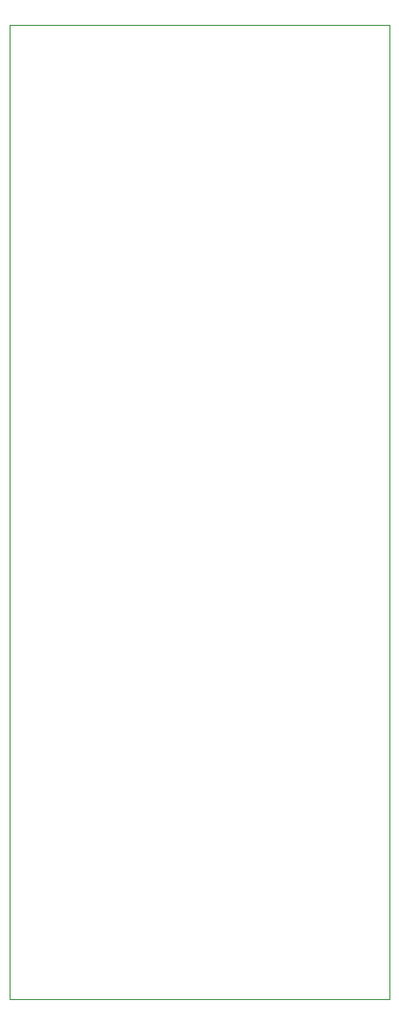
<source format=gm1>
G04 #@! TF.GenerationSoftware,KiCad,Pcbnew,(5.1.12)-1*
G04 #@! TF.CreationDate,2022-05-19T15:12:52-07:00*
G04 #@! TF.ProjectId,vera-module-rev4,76657261-2d6d-46f6-9475-6c652d726576,rev?*
G04 #@! TF.SameCoordinates,Original*
G04 #@! TF.FileFunction,Profile,NP*
%FSLAX46Y46*%
G04 Gerber Fmt 4.6, Leading zero omitted, Abs format (unit mm)*
G04 Created by KiCad (PCBNEW (5.1.12)-1) date 2022-05-19 15:12:52*
%MOMM*%
%LPD*%
G01*
G04 APERTURE LIST*
G04 #@! TA.AperFunction,Profile*
%ADD10C,0.050000*%
G04 #@! TD*
G04 APERTURE END LIST*
D10*
X123151900Y-155841700D02*
X123151900Y-69608700D01*
X156730700Y-155841700D02*
X123151900Y-155841700D01*
X156730700Y-69608700D02*
X156730700Y-155841700D01*
X123151900Y-69608700D02*
X156730700Y-69608700D01*
M02*

</source>
